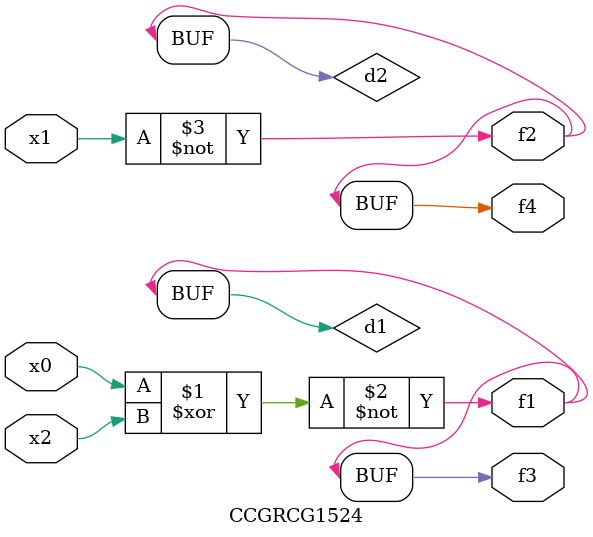
<source format=v>
module CCGRCG1524(
	input x0, x1, x2,
	output f1, f2, f3, f4
);

	wire d1, d2, d3;

	xnor (d1, x0, x2);
	nand (d2, x1);
	nor (d3, x1, x2);
	assign f1 = d1;
	assign f2 = d2;
	assign f3 = d1;
	assign f4 = d2;
endmodule

</source>
